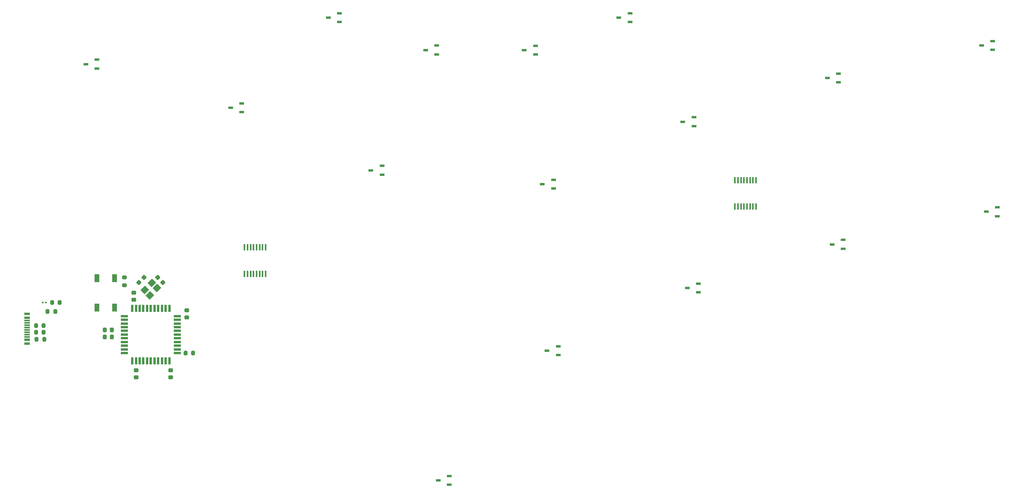
<source format=gbr>
%TF.GenerationSoftware,KiCad,Pcbnew,8.0.8*%
%TF.CreationDate,2025-02-16T17:42:49-08:00*%
%TF.ProjectId,MainBoard_RP2040,4d61696e-426f-4617-9264-5f5250323034,rev?*%
%TF.SameCoordinates,Original*%
%TF.FileFunction,Paste,Bot*%
%TF.FilePolarity,Positive*%
%FSLAX46Y46*%
G04 Gerber Fmt 4.6, Leading zero omitted, Abs format (unit mm)*
G04 Created by KiCad (PCBNEW 8.0.8) date 2025-02-16 17:42:49*
%MOMM*%
%LPD*%
G01*
G04 APERTURE LIST*
G04 Aperture macros list*
%AMRoundRect*
0 Rectangle with rounded corners*
0 $1 Rounding radius*
0 $2 $3 $4 $5 $6 $7 $8 $9 X,Y pos of 4 corners*
0 Add a 4 corners polygon primitive as box body*
4,1,4,$2,$3,$4,$5,$6,$7,$8,$9,$2,$3,0*
0 Add four circle primitives for the rounded corners*
1,1,$1+$1,$2,$3*
1,1,$1+$1,$4,$5*
1,1,$1+$1,$6,$7*
1,1,$1+$1,$8,$9*
0 Add four rect primitives between the rounded corners*
20,1,$1+$1,$2,$3,$4,$5,0*
20,1,$1+$1,$4,$5,$6,$7,0*
20,1,$1+$1,$6,$7,$8,$9,0*
20,1,$1+$1,$8,$9,$2,$3,0*%
%AMRotRect*
0 Rectangle, with rotation*
0 The origin of the aperture is its center*
0 $1 length*
0 $2 width*
0 $3 Rotation angle, in degrees counterclockwise*
0 Add horizontal line*
21,1,$1,$2,0,0,$3*%
G04 Aperture macros list end*
%ADD10R,1.500000X0.550000*%
%ADD11R,0.550000X1.500000*%
%ADD12R,1.000000X0.599999*%
%ADD13RoundRect,0.225000X0.250000X-0.225000X0.250000X0.225000X-0.250000X0.225000X-0.250000X-0.225000X0*%
%ADD14RoundRect,0.225000X-0.017678X0.335876X-0.335876X0.017678X0.017678X-0.335876X0.335876X-0.017678X0*%
%ADD15RoundRect,0.200000X0.200000X0.275000X-0.200000X0.275000X-0.200000X-0.275000X0.200000X-0.275000X0*%
%ADD16R,1.000000X1.700000*%
%ADD17R,1.150000X0.600000*%
%ADD18R,1.150000X0.300000*%
%ADD19RoundRect,0.225000X-0.250000X0.225000X-0.250000X-0.225000X0.250000X-0.225000X0.250000X0.225000X0*%
%ADD20RoundRect,0.225000X-0.335876X-0.017678X-0.017678X-0.335876X0.335876X0.017678X0.017678X0.335876X0*%
%ADD21RoundRect,0.225000X-0.225000X-0.250000X0.225000X-0.250000X0.225000X0.250000X-0.225000X0.250000X0*%
%ADD22RoundRect,0.200000X-0.200000X-0.275000X0.200000X-0.275000X0.200000X0.275000X-0.200000X0.275000X0*%
%ADD23R,0.355600X1.422400*%
%ADD24RotRect,1.400000X1.200000X45.000000*%
%ADD25RoundRect,0.079500X0.079500X0.100500X-0.079500X0.100500X-0.079500X-0.100500X0.079500X-0.100500X0*%
%ADD26RoundRect,0.200000X0.275000X-0.200000X0.275000X0.200000X-0.275000X0.200000X-0.275000X-0.200000X0*%
%ADD27RoundRect,0.225000X0.225000X0.250000X-0.225000X0.250000X-0.225000X-0.250000X0.225000X-0.250000X0*%
G04 APERTURE END LIST*
D10*
%TO.C,U20*%
X48800000Y-102500000D03*
X48800000Y-101700000D03*
X48800000Y-100900000D03*
X48800000Y-100100000D03*
X48800000Y-99300000D03*
X48800000Y-98500000D03*
X48800000Y-97700000D03*
X48800000Y-96900000D03*
X48800000Y-96100000D03*
X48800000Y-95300000D03*
X48800000Y-94500000D03*
D11*
X50500000Y-92800000D03*
X51300000Y-92800000D03*
X52100000Y-92800000D03*
X52900000Y-92800000D03*
X53700000Y-92800000D03*
X54500000Y-92800000D03*
X55300000Y-92800000D03*
X56100000Y-92800000D03*
X56900000Y-92800000D03*
X57700000Y-92800000D03*
X58500000Y-92800000D03*
D10*
X60200000Y-94500000D03*
X60200000Y-95300000D03*
X60200000Y-96100000D03*
X60200000Y-96900000D03*
X60200000Y-97700000D03*
X60200000Y-98500000D03*
X60200000Y-99300000D03*
X60200000Y-100100000D03*
X60200000Y-100900000D03*
X60200000Y-101700000D03*
X60200000Y-102500000D03*
D11*
X58500000Y-104200000D03*
X57700000Y-104200000D03*
X56900000Y-104200000D03*
X56100000Y-104200000D03*
X55300000Y-104200000D03*
X54500000Y-104200000D03*
X53700000Y-104200000D03*
X52900000Y-104200000D03*
X52100000Y-104200000D03*
X51300000Y-104200000D03*
X50500000Y-104200000D03*
%TD*%
D12*
%TO.C,U4*%
X171700000Y-51550002D03*
X171700000Y-53450001D03*
X169300000Y-52500003D03*
%TD*%
%TO.C,U12*%
X142400000Y-101049999D03*
X142400000Y-102949998D03*
X140000000Y-102000000D03*
%TD*%
D13*
%TO.C,C7*%
X50800000Y-91000000D03*
X50800000Y-89450000D03*
%TD*%
D14*
%TO.C,C10*%
X53060140Y-86108489D03*
X51964124Y-87204505D03*
%TD*%
D12*
%TO.C,U6*%
X236200000Y-35050002D03*
X236200000Y-36950001D03*
X233800000Y-36000003D03*
%TD*%
D15*
%TO.C,R3*%
X31365000Y-98040000D03*
X29715000Y-98040000D03*
%TD*%
%TO.C,R9*%
X31500000Y-99500000D03*
X29850000Y-99500000D03*
%TD*%
D16*
%TO.C,SW_RESET1*%
X42900000Y-86350000D03*
X42900000Y-92650000D03*
X46700000Y-86350000D03*
X46700000Y-92650000D03*
%TD*%
D17*
%TO.C,J1*%
X27795000Y-100440000D03*
X27795000Y-99640000D03*
D18*
X27795000Y-98490000D03*
X27795000Y-97490000D03*
X27795000Y-96990000D03*
X27795000Y-95990000D03*
D17*
X27795000Y-94040000D03*
X27795000Y-94840000D03*
D18*
X27795000Y-95490000D03*
X27795000Y-96490000D03*
X27795000Y-97990000D03*
X27795000Y-98990000D03*
%TD*%
D19*
%TO.C,C3*%
X51300000Y-106225000D03*
X51300000Y-107775000D03*
%TD*%
D20*
%TO.C,C8*%
X55964124Y-86108489D03*
X57060140Y-87204505D03*
%TD*%
D21*
%TO.C,C11*%
X44525000Y-99000000D03*
X46075000Y-99000000D03*
%TD*%
D19*
%TO.C,C4*%
X58800000Y-106225000D03*
X58800000Y-107775000D03*
%TD*%
D12*
%TO.C,U8*%
X74100000Y-48550002D03*
X74100000Y-50450001D03*
X71700000Y-49500003D03*
%TD*%
%TO.C,U14*%
X237200000Y-71000000D03*
X237200000Y-72899999D03*
X234800000Y-71950001D03*
%TD*%
%TO.C,U7*%
X118900000Y-129049999D03*
X118900000Y-130949998D03*
X116500000Y-130000000D03*
%TD*%
D22*
%TO.C,R7*%
X61975000Y-102500000D03*
X63625000Y-102500000D03*
%TD*%
D12*
%TO.C,U13*%
X172700000Y-87500000D03*
X172700000Y-89399999D03*
X170300000Y-88450001D03*
%TD*%
%TO.C,U10*%
X104400000Y-62049999D03*
X104400000Y-63949998D03*
X102000000Y-63000000D03*
%TD*%
D23*
%TO.C,U1*%
X180569801Y-65130199D03*
X181219799Y-65130199D03*
X181869801Y-65130199D03*
X182519799Y-65130199D03*
X183169798Y-65130199D03*
X183819799Y-65130199D03*
X184469798Y-65130199D03*
X185119799Y-65130199D03*
X185119799Y-70819799D03*
X184469801Y-70819799D03*
X183819799Y-70819799D03*
X183169801Y-70819799D03*
X182519802Y-70819799D03*
X181869801Y-70819799D03*
X181219802Y-70819799D03*
X180569801Y-70819799D03*
%TD*%
D24*
%TO.C,Y2*%
X53168629Y-88868629D03*
X54724264Y-87312994D03*
X55855635Y-88444365D03*
X54300000Y-90000000D03*
%TD*%
D12*
%TO.C,U16*%
X95200000Y-29049999D03*
X95200000Y-30949998D03*
X92800000Y-30000000D03*
%TD*%
%TO.C,U18*%
X137500000Y-36100001D03*
X137500000Y-38000000D03*
X135100000Y-37050002D03*
%TD*%
D25*
%TO.C,D2*%
X31885000Y-91540000D03*
X31195000Y-91540000D03*
%TD*%
D12*
%TO.C,U19*%
X203900000Y-78049999D03*
X203900000Y-79949998D03*
X201500000Y-79000000D03*
%TD*%
%TO.C,U11*%
X141400000Y-65049999D03*
X141400000Y-66949998D03*
X139000000Y-66000000D03*
%TD*%
D15*
%TO.C,R5*%
X34865000Y-91540000D03*
X33215000Y-91540000D03*
%TD*%
D12*
%TO.C,U15*%
X157900000Y-29049999D03*
X157900000Y-30949998D03*
X155500000Y-30000000D03*
%TD*%
D23*
%TO.C,U3*%
X74725001Y-79655200D03*
X75374999Y-79655200D03*
X76025001Y-79655200D03*
X76674999Y-79655200D03*
X77324998Y-79655200D03*
X77974999Y-79655200D03*
X78624998Y-79655200D03*
X79274999Y-79655200D03*
X79274999Y-85344800D03*
X78625001Y-85344800D03*
X77974999Y-85344800D03*
X77325001Y-85344800D03*
X76675002Y-85344800D03*
X76025001Y-85344800D03*
X75375002Y-85344800D03*
X74725001Y-85344800D03*
%TD*%
D22*
%TO.C,R2*%
X29715000Y-96540000D03*
X31365000Y-96540000D03*
%TD*%
D13*
%TO.C,C6*%
X62300000Y-94775000D03*
X62300000Y-93225000D03*
%TD*%
D22*
%TO.C,R10*%
X32215000Y-93540000D03*
X33865000Y-93540000D03*
%TD*%
D12*
%TO.C,U9*%
X42900000Y-39100001D03*
X42900000Y-41000000D03*
X40500000Y-40050002D03*
%TD*%
D26*
%TO.C,R6*%
X48800000Y-87825000D03*
X48800000Y-86175000D03*
%TD*%
D12*
%TO.C,U17*%
X116200000Y-36049999D03*
X116200000Y-37949998D03*
X113800000Y-37000000D03*
%TD*%
D27*
%TO.C,C5*%
X46075000Y-97500000D03*
X44525000Y-97500000D03*
%TD*%
D12*
%TO.C,U5*%
X202900000Y-42100001D03*
X202900000Y-44000000D03*
X200500000Y-43050002D03*
%TD*%
D24*
%TO.C,*%
X53168629Y-88868629D03*
%TD*%
M02*

</source>
